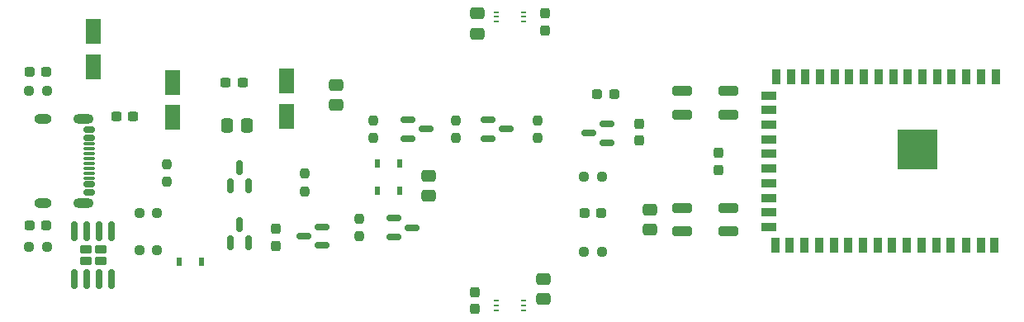
<source format=gbr>
%TF.GenerationSoftware,KiCad,Pcbnew,8.0.0*%
%TF.CreationDate,2024-12-15T19:06:57+00:00*%
%TF.ProjectId,main-board,6d61696e-2d62-46f6-9172-642e6b696361,rev?*%
%TF.SameCoordinates,Original*%
%TF.FileFunction,Paste,Top*%
%TF.FilePolarity,Positive*%
%FSLAX46Y46*%
G04 Gerber Fmt 4.6, Leading zero omitted, Abs format (unit mm)*
G04 Created by KiCad (PCBNEW 8.0.0) date 2024-12-15 19:06:57*
%MOMM*%
%LPD*%
G01*
G04 APERTURE LIST*
G04 Aperture macros list*
%AMRoundRect*
0 Rectangle with rounded corners*
0 $1 Rounding radius*
0 $2 $3 $4 $5 $6 $7 $8 $9 X,Y pos of 4 corners*
0 Add a 4 corners polygon primitive as box body*
4,1,4,$2,$3,$4,$5,$6,$7,$8,$9,$2,$3,0*
0 Add four circle primitives for the rounded corners*
1,1,$1+$1,$2,$3*
1,1,$1+$1,$4,$5*
1,1,$1+$1,$6,$7*
1,1,$1+$1,$8,$9*
0 Add four rect primitives between the rounded corners*
20,1,$1+$1,$2,$3,$4,$5,0*
20,1,$1+$1,$4,$5,$6,$7,0*
20,1,$1+$1,$6,$7,$8,$9,0*
20,1,$1+$1,$8,$9,$2,$3,0*%
G04 Aperture macros list end*
%ADD10RoundRect,0.250000X0.550000X-1.050000X0.550000X1.050000X-0.550000X1.050000X-0.550000X-1.050000X0*%
%ADD11RoundRect,0.250000X-0.475000X0.337500X-0.475000X-0.337500X0.475000X-0.337500X0.475000X0.337500X0*%
%ADD12RoundRect,0.150000X-0.587500X-0.150000X0.587500X-0.150000X0.587500X0.150000X-0.587500X0.150000X0*%
%ADD13RoundRect,0.230000X0.375000X-0.230000X0.375000X0.230000X-0.375000X0.230000X-0.375000X-0.230000X0*%
%ADD14RoundRect,0.150000X0.150000X-0.825000X0.150000X0.825000X-0.150000X0.825000X-0.150000X-0.825000X0*%
%ADD15RoundRect,0.237500X0.237500X-0.250000X0.237500X0.250000X-0.237500X0.250000X-0.237500X-0.250000X0*%
%ADD16RoundRect,0.150000X0.150000X-0.587500X0.150000X0.587500X-0.150000X0.587500X-0.150000X-0.587500X0*%
%ADD17RoundRect,0.237500X-0.250000X-0.237500X0.250000X-0.237500X0.250000X0.237500X-0.250000X0.237500X0*%
%ADD18RoundRect,0.237500X0.237500X-0.287500X0.237500X0.287500X-0.237500X0.287500X-0.237500X-0.287500X0*%
%ADD19R,0.550000X0.250000*%
%ADD20RoundRect,0.237500X0.300000X0.237500X-0.300000X0.237500X-0.300000X-0.237500X0.300000X-0.237500X0*%
%ADD21R,0.630000X0.830000*%
%ADD22RoundRect,0.250000X0.475000X-0.337500X0.475000X0.337500X-0.475000X0.337500X-0.475000X-0.337500X0*%
%ADD23RoundRect,0.237500X-0.237500X0.300000X-0.237500X-0.300000X0.237500X-0.300000X0.237500X0.300000X0*%
%ADD24RoundRect,0.250000X0.337500X0.475000X-0.337500X0.475000X-0.337500X-0.475000X0.337500X-0.475000X0*%
%ADD25RoundRect,0.237500X0.237500X-0.300000X0.237500X0.300000X-0.237500X0.300000X-0.237500X-0.300000X0*%
%ADD26RoundRect,0.237500X0.287500X0.237500X-0.287500X0.237500X-0.287500X-0.237500X0.287500X-0.237500X0*%
%ADD27RoundRect,0.250000X-0.750000X-0.250000X0.750000X-0.250000X0.750000X0.250000X-0.750000X0.250000X0*%
%ADD28RoundRect,0.237500X-0.287500X-0.237500X0.287500X-0.237500X0.287500X0.237500X-0.287500X0.237500X0*%
%ADD29RoundRect,0.237500X-0.237500X0.250000X-0.237500X-0.250000X0.237500X-0.250000X0.237500X0.250000X0*%
%ADD30RoundRect,0.237500X-0.300000X-0.237500X0.300000X-0.237500X0.300000X0.237500X-0.300000X0.237500X0*%
%ADD31RoundRect,0.237500X0.250000X0.237500X-0.250000X0.237500X-0.250000X-0.237500X0.250000X-0.237500X0*%
%ADD32R,0.900000X1.500000*%
%ADD33R,1.500000X0.900000*%
%ADD34R,4.100000X4.100000*%
%ADD35RoundRect,0.150000X-0.425000X0.150000X-0.425000X-0.150000X0.425000X-0.150000X0.425000X0.150000X0*%
%ADD36RoundRect,0.075000X-0.500000X0.075000X-0.500000X-0.075000X0.500000X-0.075000X0.500000X0.075000X0*%
%ADD37O,2.100000X1.000000*%
%ADD38O,1.800000X1.000000*%
%ADD39RoundRect,0.150000X0.587500X0.150000X-0.587500X0.150000X-0.587500X-0.150000X0.587500X-0.150000X0*%
G04 APERTURE END LIST*
D10*
%TO.C,C4*%
X77100000Y-95400000D03*
X77100000Y-91800000D03*
%TD*%
D11*
%TO.C,C10*%
X96600000Y-84862500D03*
X96600000Y-86937500D03*
%TD*%
D12*
%TO.C,Q4*%
X88062500Y-105850000D03*
X88062500Y-107750000D03*
X89937500Y-106800000D03*
%TD*%
D13*
%TO.C,U6*%
X56500000Y-110200000D03*
X58000000Y-110200000D03*
X56500000Y-109060000D03*
X58000000Y-109060000D03*
D14*
X55345000Y-112105000D03*
X56615000Y-112105000D03*
X57885000Y-112105000D03*
X59155000Y-112105000D03*
X59155000Y-107155000D03*
X57885000Y-107155000D03*
X56615000Y-107155000D03*
X55345000Y-107155000D03*
%TD*%
D15*
%TO.C,R24*%
X84500000Y-107712500D03*
X84500000Y-105887500D03*
%TD*%
D16*
%TO.C,Q8*%
X71300000Y-102500000D03*
X73200000Y-102500000D03*
X72250000Y-100625000D03*
%TD*%
D17*
%TO.C,R29*%
X61987500Y-109100000D03*
X63812500Y-109100000D03*
%TD*%
D18*
%TO.C,D3*%
X121377500Y-100875000D03*
X121377500Y-99125000D03*
%TD*%
D19*
%TO.C,U4*%
X101375000Y-85700000D03*
X101375000Y-85200000D03*
X101375000Y-84700000D03*
X98625000Y-84700000D03*
X98625000Y-85200000D03*
X98625000Y-85700000D03*
%TD*%
D17*
%TO.C,R4*%
X107587500Y-101600000D03*
X109412500Y-101600000D03*
%TD*%
D20*
%TO.C,R32*%
X72562500Y-91900000D03*
X70837500Y-91900000D03*
%TD*%
D21*
%TO.C,D2*%
X88650000Y-100200000D03*
X86350000Y-100200000D03*
%TD*%
D10*
%TO.C,C17*%
X65400000Y-95500000D03*
X65400000Y-91900000D03*
%TD*%
D22*
%TO.C,C11*%
X91600000Y-103537500D03*
X91600000Y-101462500D03*
%TD*%
D23*
%TO.C,R10*%
X113200000Y-96137500D03*
X113200000Y-97862500D03*
%TD*%
D24*
%TO.C,C13*%
X73037500Y-96300000D03*
X70962500Y-96300000D03*
%TD*%
D12*
%TO.C,Q1*%
X97725000Y-95750000D03*
X97725000Y-97650000D03*
X99600000Y-96700000D03*
%TD*%
D23*
%TO.C,R23*%
X96400000Y-113437500D03*
X96400000Y-115162500D03*
%TD*%
D25*
%TO.C,R20*%
X103600000Y-86562500D03*
X103600000Y-84837500D03*
%TD*%
%TO.C,R33*%
X76000000Y-108662500D03*
X76000000Y-106937500D03*
%TD*%
D26*
%TO.C,D4*%
X109375000Y-105300000D03*
X107625000Y-105300000D03*
%TD*%
D27*
%TO.C,BOOT*%
X117650000Y-92800000D03*
X122350000Y-92800000D03*
X117650000Y-95200000D03*
X122350000Y-95200000D03*
%TD*%
D10*
%TO.C,C15*%
X57300000Y-90300000D03*
X57300000Y-86700000D03*
%TD*%
D15*
%TO.C,R28*%
X86000000Y-97612500D03*
X86000000Y-95787500D03*
%TD*%
D11*
%TO.C,C5*%
X82200000Y-92162500D03*
X82200000Y-94237500D03*
%TD*%
D17*
%TO.C,R27*%
X50687500Y-108800000D03*
X52512500Y-108800000D03*
%TD*%
D12*
%TO.C,Q5*%
X89525000Y-95750000D03*
X89525000Y-97650000D03*
X91400000Y-96700000D03*
%TD*%
D22*
%TO.C,C2*%
X114300000Y-107037500D03*
X114300000Y-104962500D03*
%TD*%
D28*
%TO.C,D5*%
X108925000Y-93100000D03*
X110675000Y-93100000D03*
%TD*%
D17*
%TO.C,R26*%
X50687500Y-92800000D03*
X52512500Y-92800000D03*
%TD*%
D29*
%TO.C,R3*%
X102800000Y-95787500D03*
X102800000Y-97612500D03*
%TD*%
D28*
%TO.C,D7*%
X50725000Y-106600000D03*
X52475000Y-106600000D03*
%TD*%
D16*
%TO.C,Q9*%
X71300000Y-108400000D03*
X73200000Y-108400000D03*
X72250000Y-106525000D03*
%TD*%
D29*
%TO.C,R25*%
X78900000Y-101287500D03*
X78900000Y-103112500D03*
%TD*%
D30*
%TO.C,C14*%
X59637500Y-95400000D03*
X61362500Y-95400000D03*
%TD*%
D21*
%TO.C,D1*%
X88650000Y-103000000D03*
X86350000Y-103000000D03*
%TD*%
D27*
%TO.C,RST*%
X117650000Y-104800000D03*
X122350000Y-104800000D03*
X117650000Y-107200000D03*
X122350000Y-107200000D03*
%TD*%
D21*
%TO.C,D11*%
X66050000Y-110300000D03*
X68350000Y-110300000D03*
%TD*%
D29*
%TO.C,R31*%
X64800000Y-100287500D03*
X64800000Y-102112500D03*
%TD*%
D31*
%TO.C,R15*%
X109412500Y-109300000D03*
X107587500Y-109300000D03*
%TD*%
D32*
%TO.C,U2*%
X149775000Y-91375000D03*
X148275000Y-91375000D03*
X146775000Y-91375000D03*
X145275000Y-91375000D03*
X143775000Y-91375000D03*
X142275000Y-91375000D03*
X140775000Y-91375000D03*
X139275000Y-91375000D03*
X137775000Y-91375000D03*
X136275000Y-91375000D03*
X134775000Y-91375000D03*
X133275000Y-91375000D03*
X131775000Y-91375000D03*
X130275000Y-91375000D03*
X128775000Y-91375000D03*
X127275000Y-91375000D03*
D33*
X126525000Y-93250000D03*
X126525000Y-94750000D03*
X126525000Y-96250000D03*
X126525000Y-97750000D03*
X126525000Y-99250000D03*
X126525000Y-100750000D03*
X126525000Y-102250000D03*
X126525000Y-103750000D03*
X126525000Y-105250000D03*
X126525000Y-106750000D03*
D32*
X127175000Y-108625000D03*
X128675000Y-108625000D03*
X130175000Y-108625000D03*
X131675000Y-108625000D03*
X133175000Y-108625000D03*
X134675000Y-108625000D03*
X136175000Y-108625000D03*
X137675000Y-108625000D03*
X139175000Y-108625000D03*
X140675000Y-108625000D03*
X142175000Y-108625000D03*
X143675000Y-108625000D03*
X145175000Y-108625000D03*
X146775000Y-108625000D03*
X148275000Y-108625000D03*
X149675000Y-108625000D03*
D34*
X141735000Y-98810000D03*
%TD*%
D35*
%TO.C,J1*%
X56855000Y-96780000D03*
X56855000Y-97580000D03*
D36*
X56855000Y-98730000D03*
X56855000Y-99730000D03*
X56855000Y-100230000D03*
X56855000Y-101230000D03*
D35*
X56855000Y-102380000D03*
X56855000Y-103180000D03*
X56855000Y-103180000D03*
X56855000Y-102380000D03*
D36*
X56855000Y-101730000D03*
X56855000Y-100730000D03*
X56855000Y-99230000D03*
X56855000Y-98230000D03*
D35*
X56855000Y-97580000D03*
X56855000Y-96780000D03*
D37*
X56280000Y-95660000D03*
D38*
X52100000Y-95660000D03*
D37*
X56280000Y-104300000D03*
D38*
X52100000Y-104300000D03*
%TD*%
D11*
%TO.C,C9*%
X103400000Y-112062500D03*
X103400000Y-114137500D03*
%TD*%
D39*
%TO.C,Q3*%
X80700000Y-108650000D03*
X80700000Y-106750000D03*
X78825000Y-107700000D03*
%TD*%
%TO.C,U1*%
X109900000Y-98075000D03*
X109900000Y-96175000D03*
X108025000Y-97125000D03*
%TD*%
D19*
%TO.C,U3*%
X98625000Y-114300000D03*
X98625000Y-114800000D03*
X98625000Y-115300000D03*
X101375000Y-115300000D03*
X101375000Y-114800000D03*
X101375000Y-114300000D03*
%TD*%
D15*
%TO.C,R6*%
X94400000Y-97612500D03*
X94400000Y-95787500D03*
%TD*%
D31*
%TO.C,R35*%
X63812500Y-105300000D03*
X61987500Y-105300000D03*
%TD*%
D28*
%TO.C,D6*%
X50725000Y-90800000D03*
X52475000Y-90800000D03*
%TD*%
M02*

</source>
